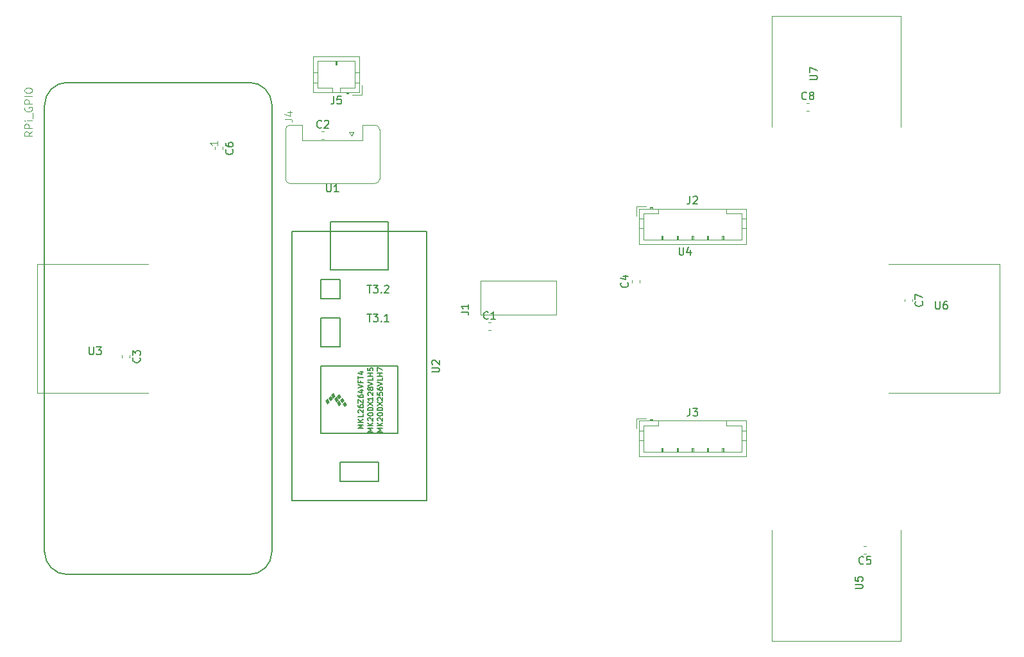
<source format=gbr>
G04 #@! TF.GenerationSoftware,KiCad,Pcbnew,(5.1.4-0-10_14)*
G04 #@! TF.CreationDate,2019-11-10T19:32:43-05:00*
G04 #@! TF.ProjectId,PacBot_2019-2020,50616342-6f74-45f3-9230-31392d323032,rev?*
G04 #@! TF.SameCoordinates,Original*
G04 #@! TF.FileFunction,Legend,Top*
G04 #@! TF.FilePolarity,Positive*
%FSLAX46Y46*%
G04 Gerber Fmt 4.6, Leading zero omitted, Abs format (unit mm)*
G04 Created by KiCad (PCBNEW (5.1.4-0-10_14)) date 2019-11-10 19:32:43*
%MOMM*%
%LPD*%
G04 APERTURE LIST*
%ADD10C,0.100000*%
%ADD11C,0.150000*%
%ADD12C,0.127000*%
%ADD13C,0.120000*%
%ADD14C,0.050000*%
G04 APERTURE END LIST*
D10*
G36*
X126079000Y-109826000D02*
G01*
X126333000Y-109572000D01*
X126587000Y-109953000D01*
X126333000Y-110207000D01*
X126079000Y-109826000D01*
G37*
X126079000Y-109826000D02*
X126333000Y-109572000D01*
X126587000Y-109953000D01*
X126333000Y-110207000D01*
X126079000Y-109826000D01*
G36*
X125317000Y-108810000D02*
G01*
X125571000Y-108556000D01*
X125825000Y-108937000D01*
X125571000Y-109191000D01*
X125317000Y-108810000D01*
G37*
X125317000Y-108810000D02*
X125571000Y-108556000D01*
X125825000Y-108937000D01*
X125571000Y-109191000D01*
X125317000Y-108810000D01*
G36*
X124555000Y-109572000D02*
G01*
X124809000Y-109318000D01*
X125063000Y-109699000D01*
X124809000Y-109953000D01*
X124555000Y-109572000D01*
G37*
X124555000Y-109572000D02*
X124809000Y-109318000D01*
X125063000Y-109699000D01*
X124809000Y-109953000D01*
X124555000Y-109572000D01*
G36*
X126460000Y-109445000D02*
G01*
X126714000Y-109191000D01*
X126968000Y-109572000D01*
X126714000Y-109826000D01*
X126460000Y-109445000D01*
G37*
X126460000Y-109445000D02*
X126714000Y-109191000D01*
X126968000Y-109572000D01*
X126714000Y-109826000D01*
X126460000Y-109445000D01*
G36*
X124936000Y-109191000D02*
G01*
X125190000Y-108937000D01*
X125444000Y-109318000D01*
X125190000Y-109572000D01*
X124936000Y-109191000D01*
G37*
X124936000Y-109191000D02*
X125190000Y-108937000D01*
X125444000Y-109318000D01*
X125190000Y-109572000D01*
X124936000Y-109191000D01*
G36*
X126841000Y-109953000D02*
G01*
X127095000Y-109699000D01*
X127349000Y-110080000D01*
X127095000Y-110334000D01*
X126841000Y-109953000D01*
G37*
X126841000Y-109953000D02*
X127095000Y-109699000D01*
X127349000Y-110080000D01*
X127095000Y-110334000D01*
X126841000Y-109953000D01*
G36*
X125698000Y-109318000D02*
G01*
X125952000Y-109064000D01*
X126206000Y-109445000D01*
X125952000Y-109699000D01*
X125698000Y-109318000D01*
G37*
X125698000Y-109318000D02*
X125952000Y-109064000D01*
X126206000Y-109445000D01*
X125952000Y-109699000D01*
X125698000Y-109318000D01*
G36*
X126079000Y-108937000D02*
G01*
X126333000Y-108683000D01*
X126587000Y-109064000D01*
X126333000Y-109318000D01*
X126079000Y-108937000D01*
G37*
X126079000Y-108937000D02*
X126333000Y-108683000D01*
X126587000Y-109064000D01*
X126333000Y-109318000D01*
X126079000Y-108937000D01*
D11*
X120110000Y-87220000D02*
X137890000Y-87220000D01*
X120110000Y-122780000D02*
X120110000Y-87220000D01*
X137890000Y-122780000D02*
X120110000Y-122780000D01*
X137890000Y-87220000D02*
X137890000Y-122780000D01*
X123920000Y-113890000D02*
X123920000Y-105000000D01*
X134080000Y-113890000D02*
X134080000Y-105000000D01*
X134080000Y-105000000D02*
X123920000Y-105000000D01*
X123920000Y-113890000D02*
X134080000Y-113890000D01*
X131540000Y-117700000D02*
X131540000Y-120240000D01*
X126460000Y-117700000D02*
X131540000Y-117700000D01*
X126460000Y-120240000D02*
X126460000Y-117700000D01*
X131540000Y-120240000D02*
X126460000Y-120240000D01*
X126460000Y-93570000D02*
X123920000Y-93570000D01*
X126460000Y-96110000D02*
X126460000Y-93570000D01*
X123920000Y-96110000D02*
X126460000Y-96110000D01*
X123920000Y-93570000D02*
X123920000Y-96110000D01*
X125190000Y-92300000D02*
X125190000Y-87220000D01*
X132810000Y-92300000D02*
X132810000Y-87220000D01*
X125190000Y-92300000D02*
X132810000Y-92300000D01*
X126460000Y-98650000D02*
X123920000Y-98650000D01*
X126460000Y-102460000D02*
X126460000Y-98650000D01*
X123920000Y-102460000D02*
X126460000Y-102460000D01*
X123920000Y-98650000D02*
X123920000Y-102460000D01*
X132810000Y-85950000D02*
X132810000Y-87220000D01*
X125190000Y-85950000D02*
X132810000Y-85950000D01*
X125190000Y-87220000D02*
X125190000Y-85950000D01*
D12*
X87500000Y-117000000D02*
X87500000Y-125350000D01*
X87500000Y-104400000D02*
X87500000Y-112750000D01*
X114500000Y-67500000D02*
X90500000Y-67500000D01*
X117500000Y-70500000D02*
G75*
G03X114500000Y-67500000I-3000000J0D01*
G01*
X117500000Y-129500000D02*
X117500000Y-70500000D01*
X114500000Y-132500000D02*
G75*
G03X117500000Y-129500000I0J3000000D01*
G01*
X90500000Y-132500000D02*
X114500000Y-132500000D01*
X87500000Y-129500000D02*
G75*
G03X90500000Y-132500000I3000000J0D01*
G01*
X87500000Y-70500000D02*
X87500000Y-129500000D01*
X90500000Y-67500000D02*
G75*
G03X87500000Y-70500000I0J-3000000D01*
G01*
D13*
X188049721Y-71260000D02*
X188375279Y-71260000D01*
X188049721Y-70240000D02*
X188375279Y-70240000D01*
X200990000Y-96124721D02*
X200990000Y-96450279D01*
X202010000Y-96124721D02*
X202010000Y-96450279D01*
X109990000Y-76049721D02*
X109990000Y-76375279D01*
X111010000Y-76049721D02*
X111010000Y-76375279D01*
X195912779Y-128740000D02*
X195587221Y-128740000D01*
X195912779Y-129760000D02*
X195587221Y-129760000D01*
X166010000Y-93950279D02*
X166010000Y-93624721D01*
X164990000Y-93950279D02*
X164990000Y-93624721D01*
X97740000Y-103549721D02*
X97740000Y-103875279D01*
X98760000Y-103549721D02*
X98760000Y-103875279D01*
X124049721Y-75010000D02*
X124375279Y-75010000D01*
X124049721Y-73990000D02*
X124375279Y-73990000D01*
X146049721Y-100260000D02*
X146375279Y-100260000D01*
X146049721Y-99240000D02*
X146375279Y-99240000D01*
X145000000Y-93700000D02*
X145000000Y-98200000D01*
X155000000Y-93700000D02*
X145000000Y-93700000D01*
X155000000Y-98200000D02*
X155000000Y-93700000D01*
X145000000Y-98200000D02*
X155000000Y-98200000D01*
X101160000Y-91500000D02*
X86500000Y-91500000D01*
X86500000Y-108500000D02*
X101160000Y-108500000D01*
X86500000Y-108500000D02*
X86500000Y-91500000D01*
X198840000Y-108500000D02*
X213500000Y-108500000D01*
X213500000Y-91500000D02*
X198840000Y-91500000D01*
X213500000Y-91500000D02*
X213500000Y-108500000D01*
X183500000Y-126615000D02*
X183500000Y-141275000D01*
X200500000Y-141275000D02*
X200500000Y-126615000D01*
X200500000Y-141275000D02*
X183500000Y-141275000D01*
X200500000Y-73385000D02*
X200500000Y-58725000D01*
X183500000Y-58725000D02*
X183500000Y-73385000D01*
X183500000Y-58725000D02*
X200500000Y-58725000D01*
X129360000Y-69110000D02*
X129360000Y-67860000D01*
X128110000Y-69110000D02*
X129360000Y-69110000D01*
X126000000Y-64700000D02*
X126000000Y-65200000D01*
X125900000Y-65200000D02*
X125900000Y-64700000D01*
X126100000Y-65200000D02*
X125900000Y-65200000D01*
X126100000Y-64700000D02*
X126100000Y-65200000D01*
X122940000Y-66200000D02*
X123550000Y-66200000D01*
X122940000Y-67500000D02*
X123550000Y-67500000D01*
X129060000Y-66200000D02*
X128450000Y-66200000D01*
X129060000Y-67500000D02*
X128450000Y-67500000D01*
X125500000Y-68200000D02*
X125500000Y-68810000D01*
X123550000Y-68200000D02*
X125500000Y-68200000D01*
X123550000Y-64700000D02*
X123550000Y-68200000D01*
X128450000Y-64700000D02*
X123550000Y-64700000D01*
X128450000Y-68200000D02*
X128450000Y-64700000D01*
X126500000Y-68200000D02*
X128450000Y-68200000D01*
X126500000Y-68810000D02*
X126500000Y-68200000D01*
X127300000Y-68910000D02*
X127600000Y-68910000D01*
X127600000Y-69010000D02*
X127600000Y-68810000D01*
X127300000Y-69010000D02*
X127600000Y-69010000D01*
X127300000Y-68810000D02*
X127300000Y-69010000D01*
X122940000Y-68810000D02*
X129060000Y-68810000D01*
X122940000Y-64090000D02*
X122940000Y-68810000D01*
X129060000Y-64090000D02*
X122940000Y-64090000D01*
X129060000Y-68810000D02*
X129060000Y-64090000D01*
X128300000Y-74100000D02*
X127700000Y-74100000D01*
X128000000Y-74600000D02*
X128300000Y-74100000D01*
X127700000Y-74100000D02*
X128000000Y-74600000D01*
X129490000Y-75140000D02*
X121510000Y-75140000D01*
X121510000Y-73140000D02*
X121510000Y-75140000D01*
X119900000Y-73140000D02*
X121510000Y-73140000D01*
X129490000Y-73140000D02*
X129490000Y-75140000D01*
X131100000Y-73140000D02*
X129490000Y-73140000D01*
X119290000Y-80250000D02*
X119290000Y-73750000D01*
X131710000Y-80250000D02*
X131710000Y-73750000D01*
X131100000Y-80860000D02*
X119900000Y-80860000D01*
X119900000Y-73140000D02*
G75*
G03X119290000Y-73750000I0J-610000D01*
G01*
X131710000Y-73750000D02*
G75*
G03X131100000Y-73140000I-610000J0D01*
G01*
X119290000Y-80250000D02*
G75*
G03X119900000Y-80860000I610000J0D01*
G01*
X131100000Y-80860000D02*
G75*
G03X131710000Y-80250000I0J610000D01*
G01*
X165640000Y-111890000D02*
X165640000Y-113140000D01*
X166890000Y-111890000D02*
X165640000Y-111890000D01*
X177000000Y-116300000D02*
X177000000Y-115800000D01*
X177100000Y-115800000D02*
X177100000Y-116300000D01*
X176900000Y-115800000D02*
X177100000Y-115800000D01*
X176900000Y-116300000D02*
X176900000Y-115800000D01*
X175000000Y-116300000D02*
X175000000Y-115800000D01*
X175100000Y-115800000D02*
X175100000Y-116300000D01*
X174900000Y-115800000D02*
X175100000Y-115800000D01*
X174900000Y-116300000D02*
X174900000Y-115800000D01*
X173000000Y-116300000D02*
X173000000Y-115800000D01*
X173100000Y-115800000D02*
X173100000Y-116300000D01*
X172900000Y-115800000D02*
X173100000Y-115800000D01*
X172900000Y-116300000D02*
X172900000Y-115800000D01*
X171000000Y-116300000D02*
X171000000Y-115800000D01*
X171100000Y-115800000D02*
X171100000Y-116300000D01*
X170900000Y-115800000D02*
X171100000Y-115800000D01*
X170900000Y-116300000D02*
X170900000Y-115800000D01*
X169000000Y-116300000D02*
X169000000Y-115800000D01*
X169100000Y-115800000D02*
X169100000Y-116300000D01*
X168900000Y-115800000D02*
X169100000Y-115800000D01*
X168900000Y-116300000D02*
X168900000Y-115800000D01*
X180060000Y-114800000D02*
X179450000Y-114800000D01*
X180060000Y-113500000D02*
X179450000Y-113500000D01*
X165940000Y-114800000D02*
X166550000Y-114800000D01*
X165940000Y-113500000D02*
X166550000Y-113500000D01*
X177500000Y-112800000D02*
X177500000Y-112190000D01*
X179450000Y-112800000D02*
X177500000Y-112800000D01*
X179450000Y-116300000D02*
X179450000Y-112800000D01*
X166550000Y-116300000D02*
X179450000Y-116300000D01*
X166550000Y-112800000D02*
X166550000Y-116300000D01*
X168500000Y-112800000D02*
X166550000Y-112800000D01*
X168500000Y-112190000D02*
X168500000Y-112800000D01*
X167700000Y-112090000D02*
X167400000Y-112090000D01*
X167400000Y-111990000D02*
X167400000Y-112190000D01*
X167700000Y-111990000D02*
X167400000Y-111990000D01*
X167700000Y-112190000D02*
X167700000Y-111990000D01*
X180060000Y-112190000D02*
X165940000Y-112190000D01*
X180060000Y-116910000D02*
X180060000Y-112190000D01*
X165940000Y-116910000D02*
X180060000Y-116910000D01*
X165940000Y-112190000D02*
X165940000Y-116910000D01*
X165640000Y-83890000D02*
X165640000Y-85140000D01*
X166890000Y-83890000D02*
X165640000Y-83890000D01*
X177000000Y-88300000D02*
X177000000Y-87800000D01*
X177100000Y-87800000D02*
X177100000Y-88300000D01*
X176900000Y-87800000D02*
X177100000Y-87800000D01*
X176900000Y-88300000D02*
X176900000Y-87800000D01*
X175000000Y-88300000D02*
X175000000Y-87800000D01*
X175100000Y-87800000D02*
X175100000Y-88300000D01*
X174900000Y-87800000D02*
X175100000Y-87800000D01*
X174900000Y-88300000D02*
X174900000Y-87800000D01*
X173000000Y-88300000D02*
X173000000Y-87800000D01*
X173100000Y-87800000D02*
X173100000Y-88300000D01*
X172900000Y-87800000D02*
X173100000Y-87800000D01*
X172900000Y-88300000D02*
X172900000Y-87800000D01*
X171000000Y-88300000D02*
X171000000Y-87800000D01*
X171100000Y-87800000D02*
X171100000Y-88300000D01*
X170900000Y-87800000D02*
X171100000Y-87800000D01*
X170900000Y-88300000D02*
X170900000Y-87800000D01*
X169000000Y-88300000D02*
X169000000Y-87800000D01*
X169100000Y-87800000D02*
X169100000Y-88300000D01*
X168900000Y-87800000D02*
X169100000Y-87800000D01*
X168900000Y-88300000D02*
X168900000Y-87800000D01*
X180060000Y-86800000D02*
X179450000Y-86800000D01*
X180060000Y-85500000D02*
X179450000Y-85500000D01*
X165940000Y-86800000D02*
X166550000Y-86800000D01*
X165940000Y-85500000D02*
X166550000Y-85500000D01*
X177500000Y-84800000D02*
X177500000Y-84190000D01*
X179450000Y-84800000D02*
X177500000Y-84800000D01*
X179450000Y-88300000D02*
X179450000Y-84800000D01*
X166550000Y-88300000D02*
X179450000Y-88300000D01*
X166550000Y-84800000D02*
X166550000Y-88300000D01*
X168500000Y-84800000D02*
X166550000Y-84800000D01*
X168500000Y-84190000D02*
X168500000Y-84800000D01*
X167700000Y-84090000D02*
X167400000Y-84090000D01*
X167400000Y-83990000D02*
X167400000Y-84190000D01*
X167700000Y-83990000D02*
X167400000Y-83990000D01*
X167700000Y-84190000D02*
X167700000Y-83990000D01*
X180060000Y-84190000D02*
X165940000Y-84190000D01*
X180060000Y-88910000D02*
X180060000Y-84190000D01*
X165940000Y-88910000D02*
X180060000Y-88910000D01*
X165940000Y-84190000D02*
X165940000Y-88910000D01*
D11*
X138612380Y-105761904D02*
X139421904Y-105761904D01*
X139517142Y-105714285D01*
X139564761Y-105666666D01*
X139612380Y-105571428D01*
X139612380Y-105380952D01*
X139564761Y-105285714D01*
X139517142Y-105238095D01*
X139421904Y-105190476D01*
X138612380Y-105190476D01*
X138707619Y-104761904D02*
X138660000Y-104714285D01*
X138612380Y-104619047D01*
X138612380Y-104380952D01*
X138660000Y-104285714D01*
X138707619Y-104238095D01*
X138802857Y-104190476D01*
X138898095Y-104190476D01*
X139040952Y-104238095D01*
X139612380Y-104809523D01*
X139612380Y-104190476D01*
X130840666Y-113661666D02*
X130140666Y-113661666D01*
X130640666Y-113428333D01*
X130140666Y-113195000D01*
X130840666Y-113195000D01*
X130840666Y-112861666D02*
X130140666Y-112861666D01*
X130840666Y-112461666D02*
X130440666Y-112761666D01*
X130140666Y-112461666D02*
X130540666Y-112861666D01*
X130207333Y-112195000D02*
X130174000Y-112161666D01*
X130140666Y-112095000D01*
X130140666Y-111928333D01*
X130174000Y-111861666D01*
X130207333Y-111828333D01*
X130274000Y-111795000D01*
X130340666Y-111795000D01*
X130440666Y-111828333D01*
X130840666Y-112228333D01*
X130840666Y-111795000D01*
X130140666Y-111361666D02*
X130140666Y-111295000D01*
X130174000Y-111228333D01*
X130207333Y-111195000D01*
X130274000Y-111161666D01*
X130407333Y-111128333D01*
X130574000Y-111128333D01*
X130707333Y-111161666D01*
X130774000Y-111195000D01*
X130807333Y-111228333D01*
X130840666Y-111295000D01*
X130840666Y-111361666D01*
X130807333Y-111428333D01*
X130774000Y-111461666D01*
X130707333Y-111495000D01*
X130574000Y-111528333D01*
X130407333Y-111528333D01*
X130274000Y-111495000D01*
X130207333Y-111461666D01*
X130174000Y-111428333D01*
X130140666Y-111361666D01*
X130840666Y-110828333D02*
X130140666Y-110828333D01*
X130140666Y-110661666D01*
X130174000Y-110561666D01*
X130240666Y-110495000D01*
X130307333Y-110461666D01*
X130440666Y-110428333D01*
X130540666Y-110428333D01*
X130674000Y-110461666D01*
X130740666Y-110495000D01*
X130807333Y-110561666D01*
X130840666Y-110661666D01*
X130840666Y-110828333D01*
X130140666Y-110195000D02*
X130840666Y-109728333D01*
X130140666Y-109728333D02*
X130840666Y-110195000D01*
X130840666Y-109095000D02*
X130840666Y-109495000D01*
X130840666Y-109295000D02*
X130140666Y-109295000D01*
X130240666Y-109361666D01*
X130307333Y-109428333D01*
X130340666Y-109495000D01*
X130207333Y-108828333D02*
X130174000Y-108795000D01*
X130140666Y-108728333D01*
X130140666Y-108561666D01*
X130174000Y-108495000D01*
X130207333Y-108461666D01*
X130274000Y-108428333D01*
X130340666Y-108428333D01*
X130440666Y-108461666D01*
X130840666Y-108861666D01*
X130840666Y-108428333D01*
X130440666Y-108028333D02*
X130407333Y-108095000D01*
X130374000Y-108128333D01*
X130307333Y-108161666D01*
X130274000Y-108161666D01*
X130207333Y-108128333D01*
X130174000Y-108095000D01*
X130140666Y-108028333D01*
X130140666Y-107895000D01*
X130174000Y-107828333D01*
X130207333Y-107795000D01*
X130274000Y-107761666D01*
X130307333Y-107761666D01*
X130374000Y-107795000D01*
X130407333Y-107828333D01*
X130440666Y-107895000D01*
X130440666Y-108028333D01*
X130474000Y-108095000D01*
X130507333Y-108128333D01*
X130574000Y-108161666D01*
X130707333Y-108161666D01*
X130774000Y-108128333D01*
X130807333Y-108095000D01*
X130840666Y-108028333D01*
X130840666Y-107895000D01*
X130807333Y-107828333D01*
X130774000Y-107795000D01*
X130707333Y-107761666D01*
X130574000Y-107761666D01*
X130507333Y-107795000D01*
X130474000Y-107828333D01*
X130440666Y-107895000D01*
X130140666Y-107561666D02*
X130840666Y-107328333D01*
X130140666Y-107095000D01*
X130840666Y-106528333D02*
X130840666Y-106861666D01*
X130140666Y-106861666D01*
X130840666Y-106295000D02*
X130140666Y-106295000D01*
X130474000Y-106295000D02*
X130474000Y-105895000D01*
X130840666Y-105895000D02*
X130140666Y-105895000D01*
X130140666Y-105228333D02*
X130140666Y-105561666D01*
X130474000Y-105595000D01*
X130440666Y-105561666D01*
X130407333Y-105495000D01*
X130407333Y-105328333D01*
X130440666Y-105261666D01*
X130474000Y-105228333D01*
X130540666Y-105195000D01*
X130707333Y-105195000D01*
X130774000Y-105228333D01*
X130807333Y-105261666D01*
X130840666Y-105328333D01*
X130840666Y-105495000D01*
X130807333Y-105561666D01*
X130774000Y-105595000D01*
X129570666Y-113178333D02*
X128870666Y-113178333D01*
X129370666Y-112945000D01*
X128870666Y-112711666D01*
X129570666Y-112711666D01*
X129570666Y-112378333D02*
X128870666Y-112378333D01*
X129570666Y-111978333D02*
X129170666Y-112278333D01*
X128870666Y-111978333D02*
X129270666Y-112378333D01*
X129570666Y-111345000D02*
X129570666Y-111678333D01*
X128870666Y-111678333D01*
X128937333Y-111145000D02*
X128904000Y-111111666D01*
X128870666Y-111045000D01*
X128870666Y-110878333D01*
X128904000Y-110811666D01*
X128937333Y-110778333D01*
X129004000Y-110745000D01*
X129070666Y-110745000D01*
X129170666Y-110778333D01*
X129570666Y-111178333D01*
X129570666Y-110745000D01*
X128870666Y-110145000D02*
X128870666Y-110278333D01*
X128904000Y-110345000D01*
X128937333Y-110378333D01*
X129037333Y-110445000D01*
X129170666Y-110478333D01*
X129437333Y-110478333D01*
X129504000Y-110445000D01*
X129537333Y-110411666D01*
X129570666Y-110345000D01*
X129570666Y-110211666D01*
X129537333Y-110145000D01*
X129504000Y-110111666D01*
X129437333Y-110078333D01*
X129270666Y-110078333D01*
X129204000Y-110111666D01*
X129170666Y-110145000D01*
X129137333Y-110211666D01*
X129137333Y-110345000D01*
X129170666Y-110411666D01*
X129204000Y-110445000D01*
X129270666Y-110478333D01*
X128870666Y-109845000D02*
X128870666Y-109378333D01*
X129570666Y-109845000D01*
X129570666Y-109378333D01*
X128870666Y-108811666D02*
X128870666Y-108945000D01*
X128904000Y-109011666D01*
X128937333Y-109045000D01*
X129037333Y-109111666D01*
X129170666Y-109145000D01*
X129437333Y-109145000D01*
X129504000Y-109111666D01*
X129537333Y-109078333D01*
X129570666Y-109011666D01*
X129570666Y-108878333D01*
X129537333Y-108811666D01*
X129504000Y-108778333D01*
X129437333Y-108745000D01*
X129270666Y-108745000D01*
X129204000Y-108778333D01*
X129170666Y-108811666D01*
X129137333Y-108878333D01*
X129137333Y-109011666D01*
X129170666Y-109078333D01*
X129204000Y-109111666D01*
X129270666Y-109145000D01*
X129104000Y-108145000D02*
X129570666Y-108145000D01*
X128837333Y-108311666D02*
X129337333Y-108478333D01*
X129337333Y-108045000D01*
X128870666Y-107878333D02*
X129570666Y-107645000D01*
X128870666Y-107411666D01*
X129204000Y-106945000D02*
X129204000Y-107178333D01*
X129570666Y-107178333D02*
X128870666Y-107178333D01*
X128870666Y-106845000D01*
X128870666Y-106678333D02*
X128870666Y-106278333D01*
X129570666Y-106478333D02*
X128870666Y-106478333D01*
X129104000Y-105745000D02*
X129570666Y-105745000D01*
X128837333Y-105911666D02*
X129337333Y-106078333D01*
X129337333Y-105645000D01*
X132110666Y-113661666D02*
X131410666Y-113661666D01*
X131910666Y-113428333D01*
X131410666Y-113195000D01*
X132110666Y-113195000D01*
X132110666Y-112861666D02*
X131410666Y-112861666D01*
X132110666Y-112461666D02*
X131710666Y-112761666D01*
X131410666Y-112461666D02*
X131810666Y-112861666D01*
X131477333Y-112195000D02*
X131444000Y-112161666D01*
X131410666Y-112095000D01*
X131410666Y-111928333D01*
X131444000Y-111861666D01*
X131477333Y-111828333D01*
X131544000Y-111795000D01*
X131610666Y-111795000D01*
X131710666Y-111828333D01*
X132110666Y-112228333D01*
X132110666Y-111795000D01*
X131410666Y-111361666D02*
X131410666Y-111295000D01*
X131444000Y-111228333D01*
X131477333Y-111195000D01*
X131544000Y-111161666D01*
X131677333Y-111128333D01*
X131844000Y-111128333D01*
X131977333Y-111161666D01*
X132044000Y-111195000D01*
X132077333Y-111228333D01*
X132110666Y-111295000D01*
X132110666Y-111361666D01*
X132077333Y-111428333D01*
X132044000Y-111461666D01*
X131977333Y-111495000D01*
X131844000Y-111528333D01*
X131677333Y-111528333D01*
X131544000Y-111495000D01*
X131477333Y-111461666D01*
X131444000Y-111428333D01*
X131410666Y-111361666D01*
X132110666Y-110828333D02*
X131410666Y-110828333D01*
X131410666Y-110661666D01*
X131444000Y-110561666D01*
X131510666Y-110495000D01*
X131577333Y-110461666D01*
X131710666Y-110428333D01*
X131810666Y-110428333D01*
X131944000Y-110461666D01*
X132010666Y-110495000D01*
X132077333Y-110561666D01*
X132110666Y-110661666D01*
X132110666Y-110828333D01*
X131410666Y-110195000D02*
X132110666Y-109728333D01*
X131410666Y-109728333D02*
X132110666Y-110195000D01*
X131477333Y-109495000D02*
X131444000Y-109461666D01*
X131410666Y-109395000D01*
X131410666Y-109228333D01*
X131444000Y-109161666D01*
X131477333Y-109128333D01*
X131544000Y-109095000D01*
X131610666Y-109095000D01*
X131710666Y-109128333D01*
X132110666Y-109528333D01*
X132110666Y-109095000D01*
X131410666Y-108461666D02*
X131410666Y-108795000D01*
X131744000Y-108828333D01*
X131710666Y-108795000D01*
X131677333Y-108728333D01*
X131677333Y-108561666D01*
X131710666Y-108495000D01*
X131744000Y-108461666D01*
X131810666Y-108428333D01*
X131977333Y-108428333D01*
X132044000Y-108461666D01*
X132077333Y-108495000D01*
X132110666Y-108561666D01*
X132110666Y-108728333D01*
X132077333Y-108795000D01*
X132044000Y-108828333D01*
X131410666Y-107828333D02*
X131410666Y-107961666D01*
X131444000Y-108028333D01*
X131477333Y-108061666D01*
X131577333Y-108128333D01*
X131710666Y-108161666D01*
X131977333Y-108161666D01*
X132044000Y-108128333D01*
X132077333Y-108095000D01*
X132110666Y-108028333D01*
X132110666Y-107895000D01*
X132077333Y-107828333D01*
X132044000Y-107795000D01*
X131977333Y-107761666D01*
X131810666Y-107761666D01*
X131744000Y-107795000D01*
X131710666Y-107828333D01*
X131677333Y-107895000D01*
X131677333Y-108028333D01*
X131710666Y-108095000D01*
X131744000Y-108128333D01*
X131810666Y-108161666D01*
X131410666Y-107561666D02*
X132110666Y-107328333D01*
X131410666Y-107095000D01*
X132110666Y-106528333D02*
X132110666Y-106861666D01*
X131410666Y-106861666D01*
X132110666Y-106295000D02*
X131410666Y-106295000D01*
X131744000Y-106295000D02*
X131744000Y-105895000D01*
X132110666Y-105895000D02*
X131410666Y-105895000D01*
X131410666Y-105628333D02*
X131410666Y-105161666D01*
X132110666Y-105461666D01*
X130063809Y-98102380D02*
X130635238Y-98102380D01*
X130349523Y-99102380D02*
X130349523Y-98102380D01*
X130873333Y-98102380D02*
X131492380Y-98102380D01*
X131159047Y-98483333D01*
X131301904Y-98483333D01*
X131397142Y-98530952D01*
X131444761Y-98578571D01*
X131492380Y-98673809D01*
X131492380Y-98911904D01*
X131444761Y-99007142D01*
X131397142Y-99054761D01*
X131301904Y-99102380D01*
X131016190Y-99102380D01*
X130920952Y-99054761D01*
X130873333Y-99007142D01*
X131920952Y-99007142D02*
X131968571Y-99054761D01*
X131920952Y-99102380D01*
X131873333Y-99054761D01*
X131920952Y-99007142D01*
X131920952Y-99102380D01*
X132920952Y-99102380D02*
X132349523Y-99102380D01*
X132635238Y-99102380D02*
X132635238Y-98102380D01*
X132540000Y-98245238D01*
X132444761Y-98340476D01*
X132349523Y-98388095D01*
X130063809Y-94292380D02*
X130635238Y-94292380D01*
X130349523Y-95292380D02*
X130349523Y-94292380D01*
X130873333Y-94292380D02*
X131492380Y-94292380D01*
X131159047Y-94673333D01*
X131301904Y-94673333D01*
X131397142Y-94720952D01*
X131444761Y-94768571D01*
X131492380Y-94863809D01*
X131492380Y-95101904D01*
X131444761Y-95197142D01*
X131397142Y-95244761D01*
X131301904Y-95292380D01*
X131016190Y-95292380D01*
X130920952Y-95244761D01*
X130873333Y-95197142D01*
X131920952Y-95197142D02*
X131968571Y-95244761D01*
X131920952Y-95292380D01*
X131873333Y-95244761D01*
X131920952Y-95197142D01*
X131920952Y-95292380D01*
X132349523Y-94387619D02*
X132397142Y-94340000D01*
X132492380Y-94292380D01*
X132730476Y-94292380D01*
X132825714Y-94340000D01*
X132873333Y-94387619D01*
X132920952Y-94482857D01*
X132920952Y-94578095D01*
X132873333Y-94720952D01*
X132301904Y-95292380D01*
X132920952Y-95292380D01*
D14*
X119177155Y-72341163D02*
X119892791Y-72341163D01*
X120035918Y-72388872D01*
X120131336Y-72484290D01*
X120179045Y-72627417D01*
X120179045Y-72722835D01*
X119511119Y-71434691D02*
X120179045Y-71434691D01*
X119129446Y-71673236D02*
X119845082Y-71911781D01*
X119845082Y-71291564D01*
X85861634Y-73981768D02*
X85385177Y-74315288D01*
X85861634Y-74553517D02*
X84861074Y-74553517D01*
X84861074Y-74172351D01*
X84908720Y-74077060D01*
X84956365Y-74029414D01*
X85051657Y-73981768D01*
X85194594Y-73981768D01*
X85289885Y-74029414D01*
X85337531Y-74077060D01*
X85385177Y-74172351D01*
X85385177Y-74553517D01*
X85861634Y-73552957D02*
X84861074Y-73552957D01*
X84861074Y-73171791D01*
X84908720Y-73076500D01*
X84956365Y-73028854D01*
X85051657Y-72981208D01*
X85194594Y-72981208D01*
X85289885Y-73028854D01*
X85337531Y-73076500D01*
X85385177Y-73171791D01*
X85385177Y-73552957D01*
X85861634Y-72552397D02*
X85194594Y-72552397D01*
X84861074Y-72552397D02*
X84908720Y-72600042D01*
X84956365Y-72552397D01*
X84908720Y-72504751D01*
X84861074Y-72552397D01*
X84956365Y-72552397D01*
X85956925Y-72314168D02*
X85956925Y-71551837D01*
X84908720Y-70789505D02*
X84861074Y-70884797D01*
X84861074Y-71027734D01*
X84908720Y-71170671D01*
X85004011Y-71265962D01*
X85099302Y-71313608D01*
X85289885Y-71361254D01*
X85432822Y-71361254D01*
X85623405Y-71313608D01*
X85718697Y-71265962D01*
X85813988Y-71170671D01*
X85861634Y-71027734D01*
X85861634Y-70932442D01*
X85813988Y-70789505D01*
X85766342Y-70741860D01*
X85432822Y-70741860D01*
X85432822Y-70932442D01*
X85861634Y-70313048D02*
X84861074Y-70313048D01*
X84861074Y-69931882D01*
X84908720Y-69836591D01*
X84956365Y-69788945D01*
X85051657Y-69741300D01*
X85194594Y-69741300D01*
X85289885Y-69788945D01*
X85337531Y-69836591D01*
X85385177Y-69931882D01*
X85385177Y-70313048D01*
X85861634Y-69312488D02*
X84861074Y-69312488D01*
X84861074Y-68645448D02*
X84861074Y-68454865D01*
X84908720Y-68359574D01*
X85004011Y-68264282D01*
X85194594Y-68216637D01*
X85528114Y-68216637D01*
X85718697Y-68264282D01*
X85813988Y-68359574D01*
X85861634Y-68454865D01*
X85861634Y-68645448D01*
X85813988Y-68740740D01*
X85718697Y-68836031D01*
X85528114Y-68883677D01*
X85194594Y-68883677D01*
X85004011Y-68836031D01*
X84908720Y-68740740D01*
X84861074Y-68645448D01*
X110320630Y-75241585D02*
X110320630Y-75813014D01*
X110320630Y-75527300D02*
X109320630Y-75527300D01*
X109463488Y-75622538D01*
X109558726Y-75717776D01*
X109606345Y-75813014D01*
D11*
X188045833Y-69677142D02*
X187998214Y-69724761D01*
X187855357Y-69772380D01*
X187760119Y-69772380D01*
X187617261Y-69724761D01*
X187522023Y-69629523D01*
X187474404Y-69534285D01*
X187426785Y-69343809D01*
X187426785Y-69200952D01*
X187474404Y-69010476D01*
X187522023Y-68915238D01*
X187617261Y-68820000D01*
X187760119Y-68772380D01*
X187855357Y-68772380D01*
X187998214Y-68820000D01*
X188045833Y-68867619D01*
X188617261Y-69200952D02*
X188522023Y-69153333D01*
X188474404Y-69105714D01*
X188426785Y-69010476D01*
X188426785Y-68962857D01*
X188474404Y-68867619D01*
X188522023Y-68820000D01*
X188617261Y-68772380D01*
X188807738Y-68772380D01*
X188902976Y-68820000D01*
X188950595Y-68867619D01*
X188998214Y-68962857D01*
X188998214Y-69010476D01*
X188950595Y-69105714D01*
X188902976Y-69153333D01*
X188807738Y-69200952D01*
X188617261Y-69200952D01*
X188522023Y-69248571D01*
X188474404Y-69296190D01*
X188426785Y-69391428D01*
X188426785Y-69581904D01*
X188474404Y-69677142D01*
X188522023Y-69724761D01*
X188617261Y-69772380D01*
X188807738Y-69772380D01*
X188902976Y-69724761D01*
X188950595Y-69677142D01*
X188998214Y-69581904D01*
X188998214Y-69391428D01*
X188950595Y-69296190D01*
X188902976Y-69248571D01*
X188807738Y-69200952D01*
X203287142Y-96454166D02*
X203334761Y-96501785D01*
X203382380Y-96644642D01*
X203382380Y-96739880D01*
X203334761Y-96882738D01*
X203239523Y-96977976D01*
X203144285Y-97025595D01*
X202953809Y-97073214D01*
X202810952Y-97073214D01*
X202620476Y-97025595D01*
X202525238Y-96977976D01*
X202430000Y-96882738D01*
X202382380Y-96739880D01*
X202382380Y-96644642D01*
X202430000Y-96501785D01*
X202477619Y-96454166D01*
X202382380Y-96120833D02*
X202382380Y-95454166D01*
X203382380Y-95882738D01*
X112287142Y-76379166D02*
X112334761Y-76426785D01*
X112382380Y-76569642D01*
X112382380Y-76664880D01*
X112334761Y-76807738D01*
X112239523Y-76902976D01*
X112144285Y-76950595D01*
X111953809Y-76998214D01*
X111810952Y-76998214D01*
X111620476Y-76950595D01*
X111525238Y-76902976D01*
X111430000Y-76807738D01*
X111382380Y-76664880D01*
X111382380Y-76569642D01*
X111430000Y-76426785D01*
X111477619Y-76379166D01*
X111382380Y-75522023D02*
X111382380Y-75712500D01*
X111430000Y-75807738D01*
X111477619Y-75855357D01*
X111620476Y-75950595D01*
X111810952Y-75998214D01*
X112191904Y-75998214D01*
X112287142Y-75950595D01*
X112334761Y-75902976D01*
X112382380Y-75807738D01*
X112382380Y-75617261D01*
X112334761Y-75522023D01*
X112287142Y-75474404D01*
X112191904Y-75426785D01*
X111953809Y-75426785D01*
X111858571Y-75474404D01*
X111810952Y-75522023D01*
X111763333Y-75617261D01*
X111763333Y-75807738D01*
X111810952Y-75902976D01*
X111858571Y-75950595D01*
X111953809Y-75998214D01*
X195583333Y-131037142D02*
X195535714Y-131084761D01*
X195392857Y-131132380D01*
X195297619Y-131132380D01*
X195154761Y-131084761D01*
X195059523Y-130989523D01*
X195011904Y-130894285D01*
X194964285Y-130703809D01*
X194964285Y-130560952D01*
X195011904Y-130370476D01*
X195059523Y-130275238D01*
X195154761Y-130180000D01*
X195297619Y-130132380D01*
X195392857Y-130132380D01*
X195535714Y-130180000D01*
X195583333Y-130227619D01*
X196488095Y-130132380D02*
X196011904Y-130132380D01*
X195964285Y-130608571D01*
X196011904Y-130560952D01*
X196107142Y-130513333D01*
X196345238Y-130513333D01*
X196440476Y-130560952D01*
X196488095Y-130608571D01*
X196535714Y-130703809D01*
X196535714Y-130941904D01*
X196488095Y-131037142D01*
X196440476Y-131084761D01*
X196345238Y-131132380D01*
X196107142Y-131132380D01*
X196011904Y-131084761D01*
X195964285Y-131037142D01*
X164427142Y-93954166D02*
X164474761Y-94001785D01*
X164522380Y-94144642D01*
X164522380Y-94239880D01*
X164474761Y-94382738D01*
X164379523Y-94477976D01*
X164284285Y-94525595D01*
X164093809Y-94573214D01*
X163950952Y-94573214D01*
X163760476Y-94525595D01*
X163665238Y-94477976D01*
X163570000Y-94382738D01*
X163522380Y-94239880D01*
X163522380Y-94144642D01*
X163570000Y-94001785D01*
X163617619Y-93954166D01*
X163855714Y-93097023D02*
X164522380Y-93097023D01*
X163474761Y-93335119D02*
X164189047Y-93573214D01*
X164189047Y-92954166D01*
X100037142Y-103879166D02*
X100084761Y-103926785D01*
X100132380Y-104069642D01*
X100132380Y-104164880D01*
X100084761Y-104307738D01*
X99989523Y-104402976D01*
X99894285Y-104450595D01*
X99703809Y-104498214D01*
X99560952Y-104498214D01*
X99370476Y-104450595D01*
X99275238Y-104402976D01*
X99180000Y-104307738D01*
X99132380Y-104164880D01*
X99132380Y-104069642D01*
X99180000Y-103926785D01*
X99227619Y-103879166D01*
X99132380Y-103545833D02*
X99132380Y-102926785D01*
X99513333Y-103260119D01*
X99513333Y-103117261D01*
X99560952Y-103022023D01*
X99608571Y-102974404D01*
X99703809Y-102926785D01*
X99941904Y-102926785D01*
X100037142Y-102974404D01*
X100084761Y-103022023D01*
X100132380Y-103117261D01*
X100132380Y-103402976D01*
X100084761Y-103498214D01*
X100037142Y-103545833D01*
X124045833Y-73427142D02*
X123998214Y-73474761D01*
X123855357Y-73522380D01*
X123760119Y-73522380D01*
X123617261Y-73474761D01*
X123522023Y-73379523D01*
X123474404Y-73284285D01*
X123426785Y-73093809D01*
X123426785Y-72950952D01*
X123474404Y-72760476D01*
X123522023Y-72665238D01*
X123617261Y-72570000D01*
X123760119Y-72522380D01*
X123855357Y-72522380D01*
X123998214Y-72570000D01*
X124045833Y-72617619D01*
X124426785Y-72617619D02*
X124474404Y-72570000D01*
X124569642Y-72522380D01*
X124807738Y-72522380D01*
X124902976Y-72570000D01*
X124950595Y-72617619D01*
X124998214Y-72712857D01*
X124998214Y-72808095D01*
X124950595Y-72950952D01*
X124379166Y-73522380D01*
X124998214Y-73522380D01*
X146045833Y-98677142D02*
X145998214Y-98724761D01*
X145855357Y-98772380D01*
X145760119Y-98772380D01*
X145617261Y-98724761D01*
X145522023Y-98629523D01*
X145474404Y-98534285D01*
X145426785Y-98343809D01*
X145426785Y-98200952D01*
X145474404Y-98010476D01*
X145522023Y-97915238D01*
X145617261Y-97820000D01*
X145760119Y-97772380D01*
X145855357Y-97772380D01*
X145998214Y-97820000D01*
X146045833Y-97867619D01*
X146998214Y-98772380D02*
X146426785Y-98772380D01*
X146712500Y-98772380D02*
X146712500Y-97772380D01*
X146617261Y-97915238D01*
X146522023Y-98010476D01*
X146426785Y-98058095D01*
X142452380Y-97833333D02*
X143166666Y-97833333D01*
X143309523Y-97880952D01*
X143404761Y-97976190D01*
X143452380Y-98119047D01*
X143452380Y-98214285D01*
X143452380Y-96833333D02*
X143452380Y-97404761D01*
X143452380Y-97119047D02*
X142452380Y-97119047D01*
X142595238Y-97214285D01*
X142690476Y-97309523D01*
X142738095Y-97404761D01*
X93398095Y-102452380D02*
X93398095Y-103261904D01*
X93445714Y-103357142D01*
X93493333Y-103404761D01*
X93588571Y-103452380D01*
X93779047Y-103452380D01*
X93874285Y-103404761D01*
X93921904Y-103357142D01*
X93969523Y-103261904D01*
X93969523Y-102452380D01*
X94350476Y-102452380D02*
X94969523Y-102452380D01*
X94636190Y-102833333D01*
X94779047Y-102833333D01*
X94874285Y-102880952D01*
X94921904Y-102928571D01*
X94969523Y-103023809D01*
X94969523Y-103261904D01*
X94921904Y-103357142D01*
X94874285Y-103404761D01*
X94779047Y-103452380D01*
X94493333Y-103452380D01*
X94398095Y-103404761D01*
X94350476Y-103357142D01*
X205078095Y-96452380D02*
X205078095Y-97261904D01*
X205125714Y-97357142D01*
X205173333Y-97404761D01*
X205268571Y-97452380D01*
X205459047Y-97452380D01*
X205554285Y-97404761D01*
X205601904Y-97357142D01*
X205649523Y-97261904D01*
X205649523Y-96452380D01*
X206554285Y-96452380D02*
X206363809Y-96452380D01*
X206268571Y-96500000D01*
X206220952Y-96547619D01*
X206125714Y-96690476D01*
X206078095Y-96880952D01*
X206078095Y-97261904D01*
X206125714Y-97357142D01*
X206173333Y-97404761D01*
X206268571Y-97452380D01*
X206459047Y-97452380D01*
X206554285Y-97404761D01*
X206601904Y-97357142D01*
X206649523Y-97261904D01*
X206649523Y-97023809D01*
X206601904Y-96928571D01*
X206554285Y-96880952D01*
X206459047Y-96833333D01*
X206268571Y-96833333D01*
X206173333Y-96880952D01*
X206125714Y-96928571D01*
X206078095Y-97023809D01*
X194452380Y-134376904D02*
X195261904Y-134376904D01*
X195357142Y-134329285D01*
X195404761Y-134281666D01*
X195452380Y-134186428D01*
X195452380Y-133995952D01*
X195404761Y-133900714D01*
X195357142Y-133853095D01*
X195261904Y-133805476D01*
X194452380Y-133805476D01*
X194452380Y-132853095D02*
X194452380Y-133329285D01*
X194928571Y-133376904D01*
X194880952Y-133329285D01*
X194833333Y-133234047D01*
X194833333Y-132995952D01*
X194880952Y-132900714D01*
X194928571Y-132853095D01*
X195023809Y-132805476D01*
X195261904Y-132805476D01*
X195357142Y-132853095D01*
X195404761Y-132900714D01*
X195452380Y-132995952D01*
X195452380Y-133234047D01*
X195404761Y-133329285D01*
X195357142Y-133376904D01*
X188452380Y-67146904D02*
X189261904Y-67146904D01*
X189357142Y-67099285D01*
X189404761Y-67051666D01*
X189452380Y-66956428D01*
X189452380Y-66765952D01*
X189404761Y-66670714D01*
X189357142Y-66623095D01*
X189261904Y-66575476D01*
X188452380Y-66575476D01*
X188452380Y-66194523D02*
X188452380Y-65527857D01*
X189452380Y-65956428D01*
X125666666Y-69352380D02*
X125666666Y-70066666D01*
X125619047Y-70209523D01*
X125523809Y-70304761D01*
X125380952Y-70352380D01*
X125285714Y-70352380D01*
X126619047Y-69352380D02*
X126142857Y-69352380D01*
X126095238Y-69828571D01*
X126142857Y-69780952D01*
X126238095Y-69733333D01*
X126476190Y-69733333D01*
X126571428Y-69780952D01*
X126619047Y-69828571D01*
X126666666Y-69923809D01*
X126666666Y-70161904D01*
X126619047Y-70257142D01*
X126571428Y-70304761D01*
X126476190Y-70352380D01*
X126238095Y-70352380D01*
X126142857Y-70304761D01*
X126095238Y-70257142D01*
X171238095Y-89292380D02*
X171238095Y-90101904D01*
X171285714Y-90197142D01*
X171333333Y-90244761D01*
X171428571Y-90292380D01*
X171619047Y-90292380D01*
X171714285Y-90244761D01*
X171761904Y-90197142D01*
X171809523Y-90101904D01*
X171809523Y-89292380D01*
X172714285Y-89625714D02*
X172714285Y-90292380D01*
X172476190Y-89244761D02*
X172238095Y-89959047D01*
X172857142Y-89959047D01*
X124738095Y-80952380D02*
X124738095Y-81761904D01*
X124785714Y-81857142D01*
X124833333Y-81904761D01*
X124928571Y-81952380D01*
X125119047Y-81952380D01*
X125214285Y-81904761D01*
X125261904Y-81857142D01*
X125309523Y-81761904D01*
X125309523Y-80952380D01*
X126309523Y-81952380D02*
X125738095Y-81952380D01*
X126023809Y-81952380D02*
X126023809Y-80952380D01*
X125928571Y-81095238D01*
X125833333Y-81190476D01*
X125738095Y-81238095D01*
X172666666Y-110552380D02*
X172666666Y-111266666D01*
X172619047Y-111409523D01*
X172523809Y-111504761D01*
X172380952Y-111552380D01*
X172285714Y-111552380D01*
X173047619Y-110552380D02*
X173666666Y-110552380D01*
X173333333Y-110933333D01*
X173476190Y-110933333D01*
X173571428Y-110980952D01*
X173619047Y-111028571D01*
X173666666Y-111123809D01*
X173666666Y-111361904D01*
X173619047Y-111457142D01*
X173571428Y-111504761D01*
X173476190Y-111552380D01*
X173190476Y-111552380D01*
X173095238Y-111504761D01*
X173047619Y-111457142D01*
X172666666Y-82552380D02*
X172666666Y-83266666D01*
X172619047Y-83409523D01*
X172523809Y-83504761D01*
X172380952Y-83552380D01*
X172285714Y-83552380D01*
X173095238Y-82647619D02*
X173142857Y-82600000D01*
X173238095Y-82552380D01*
X173476190Y-82552380D01*
X173571428Y-82600000D01*
X173619047Y-82647619D01*
X173666666Y-82742857D01*
X173666666Y-82838095D01*
X173619047Y-82980952D01*
X173047619Y-83552380D01*
X173666666Y-83552380D01*
M02*

</source>
